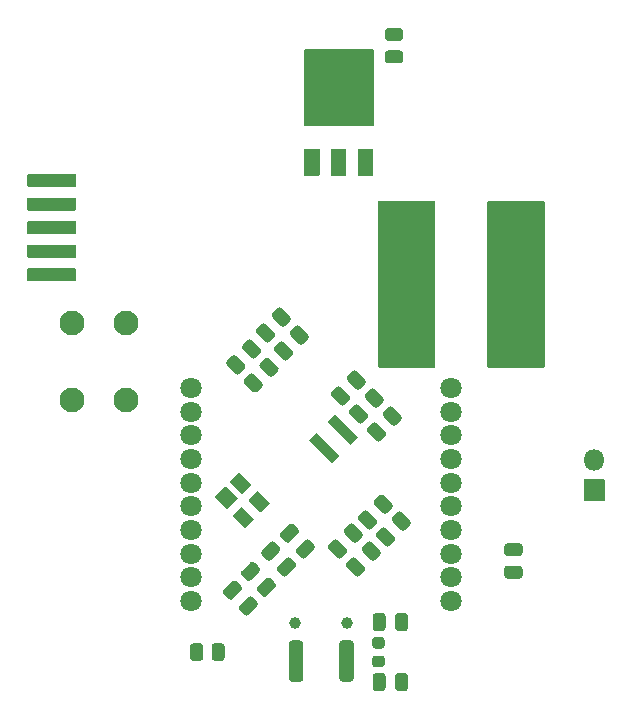
<source format=gbs>
%TF.GenerationSoftware,KiCad,Pcbnew,5.1.9*%
%TF.CreationDate,2021-03-03T17:23:20-06:00*%
%TF.ProjectId,ARC-Boat0,4152432d-426f-4617-9430-2e6b69636164,rev?*%
%TF.SameCoordinates,Original*%
%TF.FileFunction,Soldermask,Bot*%
%TF.FilePolarity,Negative*%
%FSLAX46Y46*%
G04 Gerber Fmt 4.6, Leading zero omitted, Abs format (unit mm)*
G04 Created by KiCad (PCBNEW 5.1.9) date 2021-03-03 17:23:20*
%MOMM*%
%LPD*%
G01*
G04 APERTURE LIST*
%ADD10C,2.100000*%
%ADD11O,1.800000X1.800000*%
%ADD12C,1.800000*%
%ADD13C,1.000000*%
G04 APERTURE END LIST*
D10*
%TO.C,SW1*%
X101668000Y-60654000D03*
X106168000Y-60654000D03*
X101668000Y-67154000D03*
X106168000Y-67154000D03*
%TD*%
%TO.C,L1*%
G36*
G01*
X125180213Y-70950975D02*
X123271025Y-69041787D01*
G75*
G02*
X123271025Y-68971077I35355J35355D01*
G01*
X123836711Y-68405391D01*
G75*
G02*
X123907421Y-68405391I35355J-35355D01*
G01*
X125816609Y-70314579D01*
G75*
G02*
X125816609Y-70385289I-35355J-35355D01*
G01*
X125250923Y-70950975D01*
G75*
G02*
X125180213Y-70950975I-35355J35355D01*
G01*
G37*
G36*
G01*
X123624579Y-72506609D02*
X121715391Y-70597421D01*
G75*
G02*
X121715391Y-70526711I35355J35355D01*
G01*
X122281077Y-69961025D01*
G75*
G02*
X122351787Y-69961025I35355J-35355D01*
G01*
X124260975Y-71870213D01*
G75*
G02*
X124260975Y-71940923I-35355J-35355D01*
G01*
X123695289Y-72506609D01*
G75*
G02*
X123624579Y-72506609I-35355J35355D01*
G01*
G37*
%TD*%
%TO.C,C18*%
G36*
G01*
X117345289Y-82964396D02*
X118052396Y-82257289D01*
G75*
G02*
X118441304Y-82257289I194454J-194454D01*
G01*
X118830213Y-82646198D01*
G75*
G02*
X118830213Y-83035106I-194454J-194454D01*
G01*
X118123106Y-83742213D01*
G75*
G02*
X117734198Y-83742213I-194454J194454D01*
G01*
X117345289Y-83353304D01*
G75*
G02*
X117345289Y-82964396I194454J194454D01*
G01*
G37*
G36*
G01*
X116001787Y-81620894D02*
X116708894Y-80913787D01*
G75*
G02*
X117097802Y-80913787I194454J-194454D01*
G01*
X117486711Y-81302696D01*
G75*
G02*
X117486711Y-81691604I-194454J-194454D01*
G01*
X116779604Y-82398711D01*
G75*
G02*
X116390696Y-82398711I-194454J194454D01*
G01*
X116001787Y-82009802D01*
G75*
G02*
X116001787Y-81620894I194454J194454D01*
G01*
G37*
%TD*%
%TO.C,C17*%
G36*
G01*
X119057289Y-81252396D02*
X119764396Y-80545289D01*
G75*
G02*
X120153304Y-80545289I194454J-194454D01*
G01*
X120542213Y-80934198D01*
G75*
G02*
X120542213Y-81323106I-194454J-194454D01*
G01*
X119835106Y-82030213D01*
G75*
G02*
X119446198Y-82030213I-194454J194454D01*
G01*
X119057289Y-81641304D01*
G75*
G02*
X119057289Y-81252396I194454J194454D01*
G01*
G37*
G36*
G01*
X117713787Y-79908894D02*
X118420894Y-79201787D01*
G75*
G02*
X118809802Y-79201787I194454J-194454D01*
G01*
X119198711Y-79590696D01*
G75*
G02*
X119198711Y-79979604I-194454J-194454D01*
G01*
X118491604Y-80686711D01*
G75*
G02*
X118102696Y-80686711I-194454J194454D01*
G01*
X117713787Y-80297802D01*
G75*
G02*
X117713787Y-79908894I194454J194454D01*
G01*
G37*
%TD*%
%TO.C,C16*%
G36*
G01*
X120647289Y-79728396D02*
X121354396Y-79021289D01*
G75*
G02*
X121743304Y-79021289I194454J-194454D01*
G01*
X122132213Y-79410198D01*
G75*
G02*
X122132213Y-79799106I-194454J-194454D01*
G01*
X121425106Y-80506213D01*
G75*
G02*
X121036198Y-80506213I-194454J194454D01*
G01*
X120647289Y-80117304D01*
G75*
G02*
X120647289Y-79728396I194454J194454D01*
G01*
G37*
G36*
G01*
X119303787Y-78384894D02*
X120010894Y-77677787D01*
G75*
G02*
X120399802Y-77677787I194454J-194454D01*
G01*
X120788711Y-78066696D01*
G75*
G02*
X120788711Y-78455604I-194454J-194454D01*
G01*
X120081604Y-79162711D01*
G75*
G02*
X119692696Y-79162711I-194454J194454D01*
G01*
X119303787Y-78773802D01*
G75*
G02*
X119303787Y-78384894I194454J194454D01*
G01*
G37*
%TD*%
%TO.C,C15*%
G36*
G01*
X115821289Y-84554396D02*
X116528396Y-83847289D01*
G75*
G02*
X116917304Y-83847289I194454J-194454D01*
G01*
X117306213Y-84236198D01*
G75*
G02*
X117306213Y-84625106I-194454J-194454D01*
G01*
X116599106Y-85332213D01*
G75*
G02*
X116210198Y-85332213I-194454J194454D01*
G01*
X115821289Y-84943304D01*
G75*
G02*
X115821289Y-84554396I194454J194454D01*
G01*
G37*
G36*
G01*
X114477787Y-83210894D02*
X115184894Y-82503787D01*
G75*
G02*
X115573802Y-82503787I194454J-194454D01*
G01*
X115962711Y-82892696D01*
G75*
G02*
X115962711Y-83281604I-194454J-194454D01*
G01*
X115255604Y-83988711D01*
G75*
G02*
X114866696Y-83988711I-194454J194454D01*
G01*
X114477787Y-83599802D01*
G75*
G02*
X114477787Y-83210894I194454J194454D01*
G01*
G37*
%TD*%
%TO.C,C14*%
G36*
G01*
X124145604Y-79021289D02*
X124852711Y-79728396D01*
G75*
G02*
X124852711Y-80117304I-194454J-194454D01*
G01*
X124463802Y-80506213D01*
G75*
G02*
X124074894Y-80506213I-194454J194454D01*
G01*
X123367787Y-79799106D01*
G75*
G02*
X123367787Y-79410198I194454J194454D01*
G01*
X123756696Y-79021289D01*
G75*
G02*
X124145604Y-79021289I194454J-194454D01*
G01*
G37*
G36*
G01*
X125489106Y-77677787D02*
X126196213Y-78384894D01*
G75*
G02*
X126196213Y-78773802I-194454J-194454D01*
G01*
X125807304Y-79162711D01*
G75*
G02*
X125418396Y-79162711I-194454J194454D01*
G01*
X124711289Y-78455604D01*
G75*
G02*
X124711289Y-78066696I194454J194454D01*
G01*
X125100198Y-77677787D01*
G75*
G02*
X125489106Y-77677787I194454J-194454D01*
G01*
G37*
%TD*%
%TO.C,C13*%
G36*
G01*
X125669604Y-80545289D02*
X126376711Y-81252396D01*
G75*
G02*
X126376711Y-81641304I-194454J-194454D01*
G01*
X125987802Y-82030213D01*
G75*
G02*
X125598894Y-82030213I-194454J194454D01*
G01*
X124891787Y-81323106D01*
G75*
G02*
X124891787Y-80934198I194454J194454D01*
G01*
X125280696Y-80545289D01*
G75*
G02*
X125669604Y-80545289I194454J-194454D01*
G01*
G37*
G36*
G01*
X127013106Y-79201787D02*
X127720213Y-79908894D01*
G75*
G02*
X127720213Y-80297802I-194454J-194454D01*
G01*
X127331304Y-80686711D01*
G75*
G02*
X126942396Y-80686711I-194454J194454D01*
G01*
X126235289Y-79979604D01*
G75*
G02*
X126235289Y-79590696I194454J194454D01*
G01*
X126624198Y-79201787D01*
G75*
G02*
X127013106Y-79201787I194454J-194454D01*
G01*
G37*
%TD*%
%TO.C,C12*%
G36*
G01*
X129482396Y-78146711D02*
X128775289Y-77439604D01*
G75*
G02*
X128775289Y-77050696I194454J194454D01*
G01*
X129164198Y-76661787D01*
G75*
G02*
X129553106Y-76661787I194454J-194454D01*
G01*
X130260213Y-77368894D01*
G75*
G02*
X130260213Y-77757802I-194454J-194454D01*
G01*
X129871304Y-78146711D01*
G75*
G02*
X129482396Y-78146711I-194454J194454D01*
G01*
G37*
G36*
G01*
X128138894Y-79490213D02*
X127431787Y-78783106D01*
G75*
G02*
X127431787Y-78394198I194454J194454D01*
G01*
X127820696Y-78005289D01*
G75*
G02*
X128209604Y-78005289I194454J-194454D01*
G01*
X128916711Y-78712396D01*
G75*
G02*
X128916711Y-79101304I-194454J-194454D01*
G01*
X128527802Y-79490213D01*
G75*
G02*
X128138894Y-79490213I-194454J194454D01*
G01*
G37*
%TD*%
%TO.C,C11*%
G36*
G01*
X128720396Y-69256711D02*
X128013289Y-68549604D01*
G75*
G02*
X128013289Y-68160696I194454J194454D01*
G01*
X128402198Y-67771787D01*
G75*
G02*
X128791106Y-67771787I194454J-194454D01*
G01*
X129498213Y-68478894D01*
G75*
G02*
X129498213Y-68867802I-194454J-194454D01*
G01*
X129109304Y-69256711D01*
G75*
G02*
X128720396Y-69256711I-194454J194454D01*
G01*
G37*
G36*
G01*
X127376894Y-70600213D02*
X126669787Y-69893106D01*
G75*
G02*
X126669787Y-69504198I194454J194454D01*
G01*
X127058696Y-69115289D01*
G75*
G02*
X127447604Y-69115289I194454J-194454D01*
G01*
X128154711Y-69822396D01*
G75*
G02*
X128154711Y-70211304I-194454J-194454D01*
G01*
X127765802Y-70600213D01*
G75*
G02*
X127376894Y-70600213I-194454J194454D01*
G01*
G37*
%TD*%
%TO.C,C9*%
G36*
G01*
X127196396Y-67732711D02*
X126489289Y-67025604D01*
G75*
G02*
X126489289Y-66636696I194454J194454D01*
G01*
X126878198Y-66247787D01*
G75*
G02*
X127267106Y-66247787I194454J-194454D01*
G01*
X127974213Y-66954894D01*
G75*
G02*
X127974213Y-67343802I-194454J-194454D01*
G01*
X127585304Y-67732711D01*
G75*
G02*
X127196396Y-67732711I-194454J194454D01*
G01*
G37*
G36*
G01*
X125852894Y-69076213D02*
X125145787Y-68369106D01*
G75*
G02*
X125145787Y-67980198I194454J194454D01*
G01*
X125534696Y-67591289D01*
G75*
G02*
X125923604Y-67591289I194454J-194454D01*
G01*
X126630711Y-68298396D01*
G75*
G02*
X126630711Y-68687304I-194454J-194454D01*
G01*
X126241802Y-69076213D01*
G75*
G02*
X125852894Y-69076213I-194454J194454D01*
G01*
G37*
%TD*%
%TO.C,C7*%
G36*
G01*
X120846396Y-62398711D02*
X120139289Y-61691604D01*
G75*
G02*
X120139289Y-61302696I194454J194454D01*
G01*
X120528198Y-60913787D01*
G75*
G02*
X120917106Y-60913787I194454J-194454D01*
G01*
X121624213Y-61620894D01*
G75*
G02*
X121624213Y-62009802I-194454J-194454D01*
G01*
X121235304Y-62398711D01*
G75*
G02*
X120846396Y-62398711I-194454J194454D01*
G01*
G37*
G36*
G01*
X119502894Y-63742213D02*
X118795787Y-63035106D01*
G75*
G02*
X118795787Y-62646198I194454J194454D01*
G01*
X119184696Y-62257289D01*
G75*
G02*
X119573604Y-62257289I194454J-194454D01*
G01*
X120280711Y-62964396D01*
G75*
G02*
X120280711Y-63353304I-194454J-194454D01*
G01*
X119891802Y-63742213D01*
G75*
G02*
X119502894Y-63742213I-194454J194454D01*
G01*
G37*
%TD*%
%TO.C,C6*%
G36*
G01*
X125672396Y-66208711D02*
X124965289Y-65501604D01*
G75*
G02*
X124965289Y-65112696I194454J194454D01*
G01*
X125354198Y-64723787D01*
G75*
G02*
X125743106Y-64723787I194454J-194454D01*
G01*
X126450213Y-65430894D01*
G75*
G02*
X126450213Y-65819802I-194454J-194454D01*
G01*
X126061304Y-66208711D01*
G75*
G02*
X125672396Y-66208711I-194454J194454D01*
G01*
G37*
G36*
G01*
X124328894Y-67552213D02*
X123621787Y-66845106D01*
G75*
G02*
X123621787Y-66456198I194454J194454D01*
G01*
X124010696Y-66067289D01*
G75*
G02*
X124399604Y-66067289I194454J-194454D01*
G01*
X125106711Y-66774396D01*
G75*
G02*
X125106711Y-67163304I-194454J-194454D01*
G01*
X124717802Y-67552213D01*
G75*
G02*
X124328894Y-67552213I-194454J194454D01*
G01*
G37*
%TD*%
%TO.C,C5*%
G36*
G01*
X119322396Y-60874711D02*
X118615289Y-60167604D01*
G75*
G02*
X118615289Y-59778696I194454J194454D01*
G01*
X119004198Y-59389787D01*
G75*
G02*
X119393106Y-59389787I194454J-194454D01*
G01*
X120100213Y-60096894D01*
G75*
G02*
X120100213Y-60485802I-194454J-194454D01*
G01*
X119711304Y-60874711D01*
G75*
G02*
X119322396Y-60874711I-194454J194454D01*
G01*
G37*
G36*
G01*
X117978894Y-62218213D02*
X117271787Y-61511106D01*
G75*
G02*
X117271787Y-61122198I194454J194454D01*
G01*
X117660696Y-60733289D01*
G75*
G02*
X118049604Y-60733289I194454J-194454D01*
G01*
X118756711Y-61440396D01*
G75*
G02*
X118756711Y-61829304I-194454J-194454D01*
G01*
X118367802Y-62218213D01*
G75*
G02*
X117978894Y-62218213I-194454J194454D01*
G01*
G37*
%TD*%
%TO.C,C4*%
G36*
G01*
X115533604Y-63429289D02*
X116240711Y-64136396D01*
G75*
G02*
X116240711Y-64525304I-194454J-194454D01*
G01*
X115851802Y-64914213D01*
G75*
G02*
X115462894Y-64914213I-194454J194454D01*
G01*
X114755787Y-64207106D01*
G75*
G02*
X114755787Y-63818198I194454J194454D01*
G01*
X115144696Y-63429289D01*
G75*
G02*
X115533604Y-63429289I194454J-194454D01*
G01*
G37*
G36*
G01*
X116877106Y-62085787D02*
X117584213Y-62792894D01*
G75*
G02*
X117584213Y-63181802I-194454J-194454D01*
G01*
X117195304Y-63570711D01*
G75*
G02*
X116806396Y-63570711I-194454J194454D01*
G01*
X116099289Y-62863604D01*
G75*
G02*
X116099289Y-62474696I194454J194454D01*
G01*
X116488198Y-62085787D01*
G75*
G02*
X116877106Y-62085787I194454J-194454D01*
G01*
G37*
%TD*%
%TO.C,C3*%
G36*
G01*
X127956396Y-76710711D02*
X127249289Y-76003604D01*
G75*
G02*
X127249289Y-75614696I194454J194454D01*
G01*
X127638198Y-75225787D01*
G75*
G02*
X128027106Y-75225787I194454J-194454D01*
G01*
X128734213Y-75932894D01*
G75*
G02*
X128734213Y-76321802I-194454J-194454D01*
G01*
X128345304Y-76710711D01*
G75*
G02*
X127956396Y-76710711I-194454J194454D01*
G01*
G37*
G36*
G01*
X126612894Y-78054213D02*
X125905787Y-77347106D01*
G75*
G02*
X125905787Y-76958198I194454J194454D01*
G01*
X126294696Y-76569289D01*
G75*
G02*
X126683604Y-76569289I194454J-194454D01*
G01*
X127390711Y-77276396D01*
G75*
G02*
X127390711Y-77665304I-194454J-194454D01*
G01*
X127001802Y-78054213D01*
G75*
G02*
X126612894Y-78054213I-194454J194454D01*
G01*
G37*
%TD*%
%TO.C,J2*%
G36*
G01*
X101910000Y-53110000D02*
X97910000Y-53110000D01*
G75*
G02*
X97860000Y-53060000I0J50000D01*
G01*
X97860000Y-52060000D01*
G75*
G02*
X97910000Y-52010000I50000J0D01*
G01*
X101910000Y-52010000D01*
G75*
G02*
X101960000Y-52060000I0J-50000D01*
G01*
X101960000Y-53060000D01*
G75*
G02*
X101910000Y-53110000I-50000J0D01*
G01*
G37*
G36*
G01*
X101910000Y-49110000D02*
X97910000Y-49110000D01*
G75*
G02*
X97860000Y-49060000I0J50000D01*
G01*
X97860000Y-48060000D01*
G75*
G02*
X97910000Y-48010000I50000J0D01*
G01*
X101910000Y-48010000D01*
G75*
G02*
X101960000Y-48060000I0J-50000D01*
G01*
X101960000Y-49060000D01*
G75*
G02*
X101910000Y-49110000I-50000J0D01*
G01*
G37*
G36*
G01*
X101910000Y-51110000D02*
X97910000Y-51110000D01*
G75*
G02*
X97860000Y-51060000I0J50000D01*
G01*
X97860000Y-50060000D01*
G75*
G02*
X97910000Y-50010000I50000J0D01*
G01*
X101910000Y-50010000D01*
G75*
G02*
X101960000Y-50060000I0J-50000D01*
G01*
X101960000Y-51060000D01*
G75*
G02*
X101910000Y-51110000I-50000J0D01*
G01*
G37*
G36*
G01*
X101910000Y-55110000D02*
X97910000Y-55110000D01*
G75*
G02*
X97860000Y-55060000I0J50000D01*
G01*
X97860000Y-54060000D01*
G75*
G02*
X97910000Y-54010000I50000J0D01*
G01*
X101910000Y-54010000D01*
G75*
G02*
X101960000Y-54060000I0J-50000D01*
G01*
X101960000Y-55060000D01*
G75*
G02*
X101910000Y-55110000I-50000J0D01*
G01*
G37*
G36*
G01*
X101910000Y-57110000D02*
X97910000Y-57110000D01*
G75*
G02*
X97860000Y-57060000I0J50000D01*
G01*
X97860000Y-56060000D01*
G75*
G02*
X97910000Y-56010000I50000J0D01*
G01*
X101910000Y-56010000D01*
G75*
G02*
X101960000Y-56060000I0J-50000D01*
G01*
X101960000Y-57060000D01*
G75*
G02*
X101910000Y-57110000I-50000J0D01*
G01*
G37*
%TD*%
%TO.C,U6*%
G36*
G01*
X127120000Y-43970000D02*
X121320000Y-43970000D01*
G75*
G02*
X121270000Y-43920000I0J50000D01*
G01*
X121270000Y-37520000D01*
G75*
G02*
X121320000Y-37470000I50000J0D01*
G01*
X127120000Y-37470000D01*
G75*
G02*
X127170000Y-37520000I0J-50000D01*
G01*
X127170000Y-43920000D01*
G75*
G02*
X127120000Y-43970000I-50000J0D01*
G01*
G37*
G36*
G01*
X122540000Y-48170000D02*
X121340000Y-48170000D01*
G75*
G02*
X121290000Y-48120000I0J50000D01*
G01*
X121290000Y-45920000D01*
G75*
G02*
X121340000Y-45870000I50000J0D01*
G01*
X122540000Y-45870000D01*
G75*
G02*
X122590000Y-45920000I0J-50000D01*
G01*
X122590000Y-48120000D01*
G75*
G02*
X122540000Y-48170000I-50000J0D01*
G01*
G37*
G36*
G01*
X124820000Y-48170000D02*
X123620000Y-48170000D01*
G75*
G02*
X123570000Y-48120000I0J50000D01*
G01*
X123570000Y-45920000D01*
G75*
G02*
X123620000Y-45870000I50000J0D01*
G01*
X124820000Y-45870000D01*
G75*
G02*
X124870000Y-45920000I0J-50000D01*
G01*
X124870000Y-48120000D01*
G75*
G02*
X124820000Y-48170000I-50000J0D01*
G01*
G37*
G36*
G01*
X127100000Y-48170000D02*
X125900000Y-48170000D01*
G75*
G02*
X125850000Y-48120000I0J50000D01*
G01*
X125850000Y-45920000D01*
G75*
G02*
X125900000Y-45870000I50000J0D01*
G01*
X127100000Y-45870000D01*
G75*
G02*
X127150000Y-45920000I0J-50000D01*
G01*
X127150000Y-48120000D01*
G75*
G02*
X127100000Y-48170000I-50000J0D01*
G01*
G37*
%TD*%
%TO.C,R18*%
G36*
G01*
X113448000Y-88965611D02*
X113448000Y-88014389D01*
G75*
G02*
X113722389Y-87740000I274389J0D01*
G01*
X114298611Y-87740000D01*
G75*
G02*
X114573000Y-88014389I0J-274389D01*
G01*
X114573000Y-88965611D01*
G75*
G02*
X114298611Y-89240000I-274389J0D01*
G01*
X113722389Y-89240000D01*
G75*
G02*
X113448000Y-88965611I0J274389D01*
G01*
G37*
G36*
G01*
X111623000Y-88965611D02*
X111623000Y-88014389D01*
G75*
G02*
X111897389Y-87740000I274389J0D01*
G01*
X112473611Y-87740000D01*
G75*
G02*
X112748000Y-88014389I0J-274389D01*
G01*
X112748000Y-88965611D01*
G75*
G02*
X112473611Y-89240000I-274389J0D01*
G01*
X111897389Y-89240000D01*
G75*
G02*
X111623000Y-88965611I0J274389D01*
G01*
G37*
%TD*%
%TO.C,L2*%
G36*
G01*
X127549500Y-64357700D02*
X127549500Y-50362300D01*
G75*
G02*
X127599500Y-50312300I50000J0D01*
G01*
X132349300Y-50312300D01*
G75*
G02*
X132399300Y-50362300I0J-50000D01*
G01*
X132399300Y-64357700D01*
G75*
G02*
X132349300Y-64407700I-50000J0D01*
G01*
X127599500Y-64407700D01*
G75*
G02*
X127549500Y-64357700I0J50000D01*
G01*
G37*
G36*
G01*
X136795100Y-64357700D02*
X136795100Y-50362300D01*
G75*
G02*
X136845100Y-50312300I50000J0D01*
G01*
X141594900Y-50312300D01*
G75*
G02*
X141644900Y-50362300I0J-50000D01*
G01*
X141644900Y-64357700D01*
G75*
G02*
X141594900Y-64407700I-50000J0D01*
G01*
X136845100Y-64407700D01*
G75*
G02*
X136795100Y-64357700I0J50000D01*
G01*
G37*
%TD*%
D11*
%TO.C,J3*%
X145864000Y-72234000D03*
G36*
G01*
X146764000Y-73924000D02*
X146764000Y-75624000D01*
G75*
G02*
X146714000Y-75674000I-50000J0D01*
G01*
X145014000Y-75674000D01*
G75*
G02*
X144964000Y-75624000I0J50000D01*
G01*
X144964000Y-73924000D01*
G75*
G02*
X145014000Y-73874000I50000J0D01*
G01*
X146714000Y-73874000D01*
G75*
G02*
X146764000Y-73924000I0J-50000D01*
G01*
G37*
%TD*%
%TO.C,FB2*%
G36*
G01*
X124275000Y-90729779D02*
X124275000Y-87774221D01*
G75*
G02*
X124547221Y-87502000I272221J0D01*
G01*
X125227779Y-87502000D01*
G75*
G02*
X125500000Y-87774221I0J-272221D01*
G01*
X125500000Y-90729779D01*
G75*
G02*
X125227779Y-91002000I-272221J0D01*
G01*
X124547221Y-91002000D01*
G75*
G02*
X124275000Y-90729779I0J272221D01*
G01*
G37*
G36*
G01*
X120000000Y-90729779D02*
X120000000Y-87774221D01*
G75*
G02*
X120272221Y-87502000I272221J0D01*
G01*
X120952779Y-87502000D01*
G75*
G02*
X121225000Y-87774221I0J-272221D01*
G01*
X121225000Y-90729779D01*
G75*
G02*
X120952779Y-91002000I-272221J0D01*
G01*
X120272221Y-91002000D01*
G75*
G02*
X120000000Y-90729779I0J272221D01*
G01*
G37*
%TD*%
%TO.C,FB1*%
G36*
G01*
X127857250Y-88190000D02*
X127294750Y-88190000D01*
G75*
G02*
X127051000Y-87946250I0J243750D01*
G01*
X127051000Y-87458750D01*
G75*
G02*
X127294750Y-87215000I243750J0D01*
G01*
X127857250Y-87215000D01*
G75*
G02*
X128101000Y-87458750I0J-243750D01*
G01*
X128101000Y-87946250D01*
G75*
G02*
X127857250Y-88190000I-243750J0D01*
G01*
G37*
G36*
G01*
X127857250Y-89765000D02*
X127294750Y-89765000D01*
G75*
G02*
X127051000Y-89521250I0J243750D01*
G01*
X127051000Y-89033750D01*
G75*
G02*
X127294750Y-88790000I243750J0D01*
G01*
X127857250Y-88790000D01*
G75*
G02*
X128101000Y-89033750I0J-243750D01*
G01*
X128101000Y-89521250D01*
G75*
G02*
X127857250Y-89765000I-243750J0D01*
G01*
G37*
%TD*%
%TO.C,D3*%
G36*
G01*
X116242132Y-78003452D02*
X115252183Y-77013503D01*
G75*
G02*
X115252183Y-76942793I35355J35355D01*
G01*
X115959290Y-76235686D01*
G75*
G02*
X116030000Y-76235686I35355J-35355D01*
G01*
X117019949Y-77225635D01*
G75*
G02*
X117019949Y-77296345I-35355J-35355D01*
G01*
X116312842Y-78003452D01*
G75*
G02*
X116242132Y-78003452I-35355J35355D01*
G01*
G37*
G36*
G01*
X117585635Y-76659949D02*
X116595686Y-75670000D01*
G75*
G02*
X116595686Y-75599290I35355J35355D01*
G01*
X117302793Y-74892183D01*
G75*
G02*
X117373503Y-74892183I35355J-35355D01*
G01*
X118363452Y-75882132D01*
G75*
G02*
X118363452Y-75952842I-35355J-35355D01*
G01*
X117656345Y-76659949D01*
G75*
G02*
X117585635Y-76659949I-35355J35355D01*
G01*
G37*
G36*
G01*
X116030000Y-75104314D02*
X115040051Y-74114365D01*
G75*
G02*
X115040051Y-74043655I35355J35355D01*
G01*
X115747158Y-73336548D01*
G75*
G02*
X115817868Y-73336548I35355J-35355D01*
G01*
X116807817Y-74326497D01*
G75*
G02*
X116807817Y-74397207I-35355J-35355D01*
G01*
X116100710Y-75104314D01*
G75*
G02*
X116030000Y-75104314I-35355J35355D01*
G01*
G37*
G36*
G01*
X114743066Y-76391249D02*
X113753116Y-75401299D01*
G75*
G02*
X113753116Y-75330589I35355J35355D01*
G01*
X114601644Y-74482061D01*
G75*
G02*
X114672354Y-74482061I35355J-35355D01*
G01*
X115662304Y-75472011D01*
G75*
G02*
X115662304Y-75542721I-35355J-35355D01*
G01*
X114813776Y-76391249D01*
G75*
G02*
X114743066Y-76391249I-35355J35355D01*
G01*
G37*
%TD*%
%TO.C,C1*%
G36*
G01*
X138506000Y-81170000D02*
X139506000Y-81170000D01*
G75*
G02*
X139781000Y-81445000I0J-275000D01*
G01*
X139781000Y-81995000D01*
G75*
G02*
X139506000Y-82270000I-275000J0D01*
G01*
X138506000Y-82270000D01*
G75*
G02*
X138231000Y-81995000I0J275000D01*
G01*
X138231000Y-81445000D01*
G75*
G02*
X138506000Y-81170000I275000J0D01*
G01*
G37*
G36*
G01*
X138506000Y-79270000D02*
X139506000Y-79270000D01*
G75*
G02*
X139781000Y-79545000I0J-275000D01*
G01*
X139781000Y-80095000D01*
G75*
G02*
X139506000Y-80370000I-275000J0D01*
G01*
X138506000Y-80370000D01*
G75*
G02*
X138231000Y-80095000I0J275000D01*
G01*
X138231000Y-79545000D01*
G75*
G02*
X138506000Y-79270000I275000J0D01*
G01*
G37*
%TD*%
%TO.C,C2*%
G36*
G01*
X117003604Y-64959289D02*
X117710711Y-65666396D01*
G75*
G02*
X117710711Y-66055304I-194454J-194454D01*
G01*
X117321802Y-66444213D01*
G75*
G02*
X116932894Y-66444213I-194454J194454D01*
G01*
X116225787Y-65737106D01*
G75*
G02*
X116225787Y-65348198I194454J194454D01*
G01*
X116614696Y-64959289D01*
G75*
G02*
X117003604Y-64959289I194454J-194454D01*
G01*
G37*
G36*
G01*
X118347106Y-63615787D02*
X119054213Y-64322894D01*
G75*
G02*
X119054213Y-64711802I-194454J-194454D01*
G01*
X118665304Y-65100711D01*
G75*
G02*
X118276396Y-65100711I-194454J194454D01*
G01*
X117569289Y-64393604D01*
G75*
G02*
X117569289Y-64004696I194454J194454D01*
G01*
X117958198Y-63615787D01*
G75*
G02*
X118347106Y-63615787I194454J-194454D01*
G01*
G37*
%TD*%
%TO.C,C25*%
G36*
G01*
X129400000Y-36750000D02*
X128400000Y-36750000D01*
G75*
G02*
X128125000Y-36475000I0J275000D01*
G01*
X128125000Y-35925000D01*
G75*
G02*
X128400000Y-35650000I275000J0D01*
G01*
X129400000Y-35650000D01*
G75*
G02*
X129675000Y-35925000I0J-275000D01*
G01*
X129675000Y-36475000D01*
G75*
G02*
X129400000Y-36750000I-275000J0D01*
G01*
G37*
G36*
G01*
X129400000Y-38650000D02*
X128400000Y-38650000D01*
G75*
G02*
X128125000Y-38375000I0J275000D01*
G01*
X128125000Y-37825000D01*
G75*
G02*
X128400000Y-37550000I275000J0D01*
G01*
X129400000Y-37550000D01*
G75*
G02*
X129675000Y-37825000I0J-275000D01*
G01*
X129675000Y-38375000D01*
G75*
G02*
X129400000Y-38650000I-275000J0D01*
G01*
G37*
%TD*%
%TO.C,C24*%
G36*
G01*
X128992000Y-86450000D02*
X128992000Y-85450000D01*
G75*
G02*
X129267000Y-85175000I275000J0D01*
G01*
X129817000Y-85175000D01*
G75*
G02*
X130092000Y-85450000I0J-275000D01*
G01*
X130092000Y-86450000D01*
G75*
G02*
X129817000Y-86725000I-275000J0D01*
G01*
X129267000Y-86725000D01*
G75*
G02*
X128992000Y-86450000I0J275000D01*
G01*
G37*
G36*
G01*
X127092000Y-86450000D02*
X127092000Y-85450000D01*
G75*
G02*
X127367000Y-85175000I275000J0D01*
G01*
X127917000Y-85175000D01*
G75*
G02*
X128192000Y-85450000I0J-275000D01*
G01*
X128192000Y-86450000D01*
G75*
G02*
X127917000Y-86725000I-275000J0D01*
G01*
X127367000Y-86725000D01*
G75*
G02*
X127092000Y-86450000I0J275000D01*
G01*
G37*
%TD*%
%TO.C,C22*%
G36*
G01*
X128992000Y-91530000D02*
X128992000Y-90530000D01*
G75*
G02*
X129267000Y-90255000I275000J0D01*
G01*
X129817000Y-90255000D01*
G75*
G02*
X130092000Y-90530000I0J-275000D01*
G01*
X130092000Y-91530000D01*
G75*
G02*
X129817000Y-91805000I-275000J0D01*
G01*
X129267000Y-91805000D01*
G75*
G02*
X128992000Y-91530000I0J275000D01*
G01*
G37*
G36*
G01*
X127092000Y-91530000D02*
X127092000Y-90530000D01*
G75*
G02*
X127367000Y-90255000I275000J0D01*
G01*
X127917000Y-90255000D01*
G75*
G02*
X128192000Y-90530000I0J-275000D01*
G01*
X128192000Y-91530000D01*
G75*
G02*
X127917000Y-91805000I-275000J0D01*
G01*
X127367000Y-91805000D01*
G75*
G02*
X127092000Y-91530000I0J275000D01*
G01*
G37*
%TD*%
D12*
%TO.C,MOD1*%
X133750000Y-84150000D03*
X133750000Y-82150000D03*
X133750000Y-80150000D03*
X133750000Y-78150000D03*
X133750000Y-76150000D03*
X133750000Y-74150000D03*
X133750000Y-72150000D03*
X133750000Y-70150000D03*
X133750000Y-68150000D03*
X133750000Y-66150000D03*
X111750000Y-66150000D03*
X111750000Y-68150000D03*
X111750000Y-70150000D03*
X111750000Y-72150000D03*
X111750000Y-74150000D03*
X111750000Y-76150000D03*
X111750000Y-78150000D03*
X111750000Y-80150000D03*
X111750000Y-82150000D03*
X111750000Y-84150000D03*
%TD*%
D13*
%TO.C,J4*%
X124940000Y-86000000D03*
X120540000Y-86000000D03*
%TD*%
M02*

</source>
